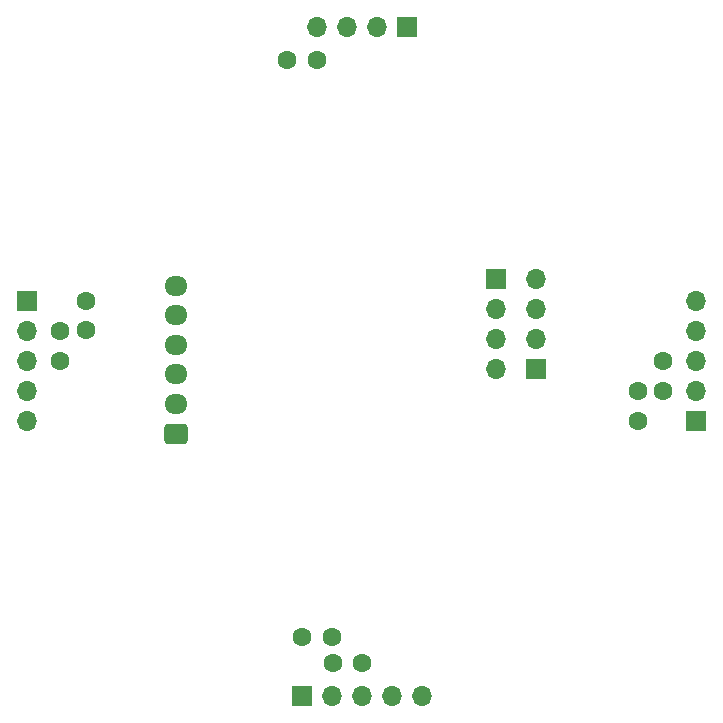
<source format=gbr>
%TF.GenerationSoftware,KiCad,Pcbnew,(6.0.5)*%
%TF.CreationDate,2023-03-02T23:20:37+09:00*%
%TF.ProjectId,line_Inergrate,6c696e65-5f49-46e6-9572-67726174652e,rev?*%
%TF.SameCoordinates,Original*%
%TF.FileFunction,Soldermask,Bot*%
%TF.FilePolarity,Negative*%
%FSLAX46Y46*%
G04 Gerber Fmt 4.6, Leading zero omitted, Abs format (unit mm)*
G04 Created by KiCad (PCBNEW (6.0.5)) date 2023-03-02 23:20:37*
%MOMM*%
%LPD*%
G01*
G04 APERTURE LIST*
G04 Aperture macros list*
%AMRoundRect*
0 Rectangle with rounded corners*
0 $1 Rounding radius*
0 $2 $3 $4 $5 $6 $7 $8 $9 X,Y pos of 4 corners*
0 Add a 4 corners polygon primitive as box body*
4,1,4,$2,$3,$4,$5,$6,$7,$8,$9,$2,$3,0*
0 Add four circle primitives for the rounded corners*
1,1,$1+$1,$2,$3*
1,1,$1+$1,$4,$5*
1,1,$1+$1,$6,$7*
1,1,$1+$1,$8,$9*
0 Add four rect primitives between the rounded corners*
20,1,$1+$1,$2,$3,$4,$5,0*
20,1,$1+$1,$4,$5,$6,$7,0*
20,1,$1+$1,$6,$7,$8,$9,0*
20,1,$1+$1,$8,$9,$2,$3,0*%
G04 Aperture macros list end*
%ADD10R,1.700000X1.700000*%
%ADD11O,1.700000X1.700000*%
%ADD12C,1.600000*%
%ADD13RoundRect,0.250000X0.725000X-0.600000X0.725000X0.600000X-0.725000X0.600000X-0.725000X-0.600000X0*%
%ADD14O,1.950000X1.700000*%
G04 APERTURE END LIST*
D10*
%TO.C,J4*%
X117729000Y-96540000D03*
D11*
X117729000Y-99080000D03*
X117729000Y-101620000D03*
X117729000Y-104160000D03*
X117729000Y-106700000D03*
%TD*%
D12*
%TO.C,C19*%
X143586000Y-127127000D03*
X146086000Y-127127000D03*
%TD*%
%TO.C,C12*%
X169418000Y-106660000D03*
X169418000Y-104160000D03*
%TD*%
D10*
%TO.C,J2*%
X174371000Y-106660000D03*
D11*
X174371000Y-104120000D03*
X174371000Y-101580000D03*
X174371000Y-99040000D03*
X174371000Y-96500000D03*
%TD*%
D12*
%TO.C,C9*%
X142260000Y-76073000D03*
X139760000Y-76073000D03*
%TD*%
%TO.C,C18*%
X122735000Y-96481000D03*
X122735000Y-98981000D03*
%TD*%
D13*
%TO.C,J7*%
X130285000Y-107723000D03*
D14*
X130285000Y-105223000D03*
X130285000Y-102723000D03*
X130285000Y-100223000D03*
X130285000Y-97723000D03*
X130285000Y-95223000D03*
%TD*%
D10*
%TO.C,J6*%
X157451000Y-94625000D03*
D11*
X157451000Y-97165000D03*
X157451000Y-99705000D03*
X157451000Y-102245000D03*
%TD*%
D12*
%TO.C,C17*%
X120523000Y-99080000D03*
X120523000Y-101580000D03*
%TD*%
D10*
%TO.C,J1*%
X149860000Y-73279000D03*
D11*
X147320000Y-73279000D03*
X144780000Y-73279000D03*
X142240000Y-73279000D03*
%TD*%
D10*
%TO.C,J3*%
X160807000Y-102235000D03*
D11*
X160807000Y-99695000D03*
X160807000Y-97155000D03*
X160807000Y-94615000D03*
%TD*%
D12*
%TO.C,C20*%
X140990000Y-124968000D03*
X143490000Y-124968000D03*
%TD*%
D10*
%TO.C,J5*%
X140990000Y-129921000D03*
D11*
X143530000Y-129921000D03*
X146070000Y-129921000D03*
X148610000Y-129921000D03*
X151150000Y-129921000D03*
%TD*%
D12*
%TO.C,C11*%
X171577000Y-104120000D03*
X171577000Y-101620000D03*
%TD*%
M02*

</source>
